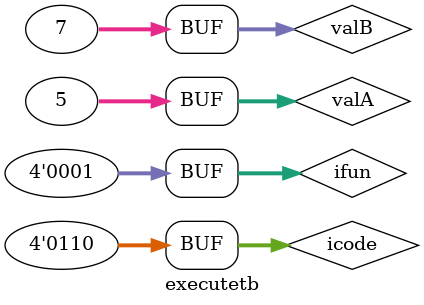
<source format=v>
module executetb ();
    reg [3:0] icode,ifun;
    reg [31:0] valA,valB,valC;
    wire signed [31:0] valE;
    wire Cnd;
    execute ex(icode,ifun,valC,valA,valB,valE,Cnd);
    initial begin
        icode=4'h6;
        ifun=4'h1;
        valA=32'd5;
        valB=32'd7;
        $monitor("time=%g a=%d b=%d out=%d code=%b",$time,valA,valB,valE,Cnd);
    end
endmodule
</source>
